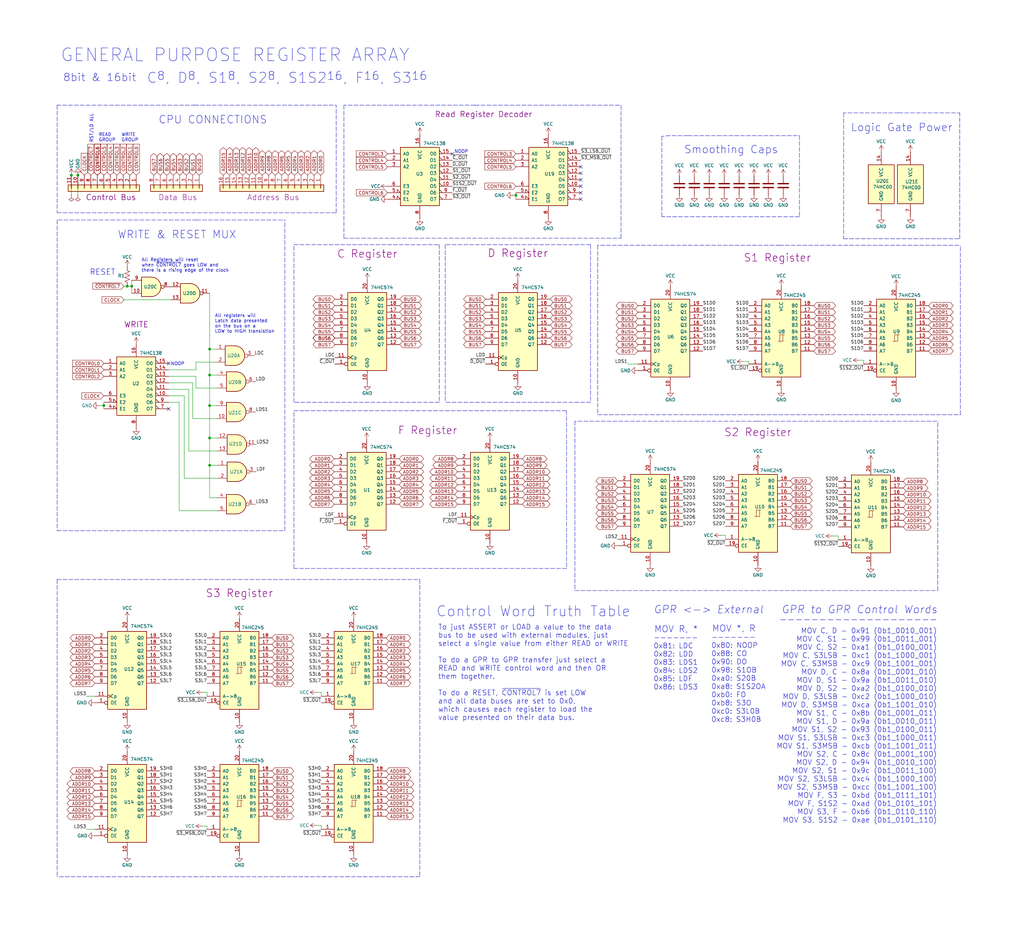
<source format=kicad_sch>
(kicad_sch (version 20211123) (generator eeschema)
  (paper "User" 400.812 370.992)
  (title_block (title "General Purpose Register Array") (date "2022-02-10") (rev "v2") (company "theWickedWebDev/8-bit-computer"))
  (junction (at 82.042 146.812))
  (junction (at 82.042 182.118))
  (junction (at 30.48 68.58))
  (junction (at 82.042 158.75))
  (junction (at 82.042 136.652))
  (junction (at 82.042 171.45))
  (junction (at 51.562 112.014))
  (junction (at 49.784 112.014))
  (junction (at 201.93 76.454))
  (junction (at 27.94 68.58))
  (junction (at 40.64 158.75))
  (no_connect (at 177.038 60.198))
  (no_connect (at 227.33 75.438))
  (no_connect (at 227.33 77.978))
  (no_connect (at 66.04 142.24))
  (no_connect (at 66.04 160.02))
  (no_connect (at 227.33 65.278))
  (no_connect (at 227.33 67.818))
  (no_connect (at 227.33 72.898))
  (no_connect (at 227.33 70.358))
  (polyline (pts (xy 296.418 164.846) (xy 225.044 164.846)))
  (wire (pts (xy 40.64 158.75) (xy 40.64 160.02)))
  (polyline (pts (xy 233.934 96.012) (xy 233.934 162.306)))
  (wire (pts (xy 38.862 158.75) (xy 40.64 158.75)))
  (polyline (pts (xy 330.2 44.196) (xy 330.2 93.472)))
  (polyline (pts (xy 22.352 83.312) (xy 131.572 83.312)))
  (wire (pts (xy 66.04 157.48) (xy 70.104 157.48)))
  (wire (pts (xy 81.026 271.018) (xy 81.026 272.542)))
  (wire (pts (xy 49.784 112.014) (xy 51.562 112.014)))
  (wire (pts (xy 82.042 146.812) (xy 84.836 146.812)))
  (polyline (pts (xy 269.24 53.086) (xy 312.928 53.086)))
  (wire (pts (xy 82.042 171.45) (xy 85.09 171.45)))
  (wire (pts (xy 328.168 209.804) (xy 328.168 211.328)))
  (wire (pts (xy 72.136 187.198) (xy 85.09 187.198)))
  (wire (pts (xy 66.04 147.32) (xy 76.708 147.32)))
  (polyline (pts (xy 375.92 162.306) (xy 375.92 96.012)))
  (polyline (pts (xy 22.352 86.106) (xy 22.352 207.772)))
  (polyline (pts (xy 312.928 53.086) (xy 312.928 84.836)))
  (wire (pts (xy 283.972 209.55) (xy 283.972 211.074)))
  (polyline (pts (xy 221.742 160.782) (xy 221.742 222.504)))
  (polyline (pts (xy 351.79 44.196) (xy 375.666 44.196)))
  (polyline (pts (xy 296.418 164.846) (xy 367.284 164.846)))
  (wire (pts (xy 82.042 194.818) (xy 82.042 182.118)))
  (wire (pts (xy 51.562 109.728) (xy 51.562 112.014)))
  (wire (pts (xy 84.836 194.818) (xy 82.042 194.818)))
  (wire (pts (xy 201.93 75.438) (xy 201.93 76.454)))
  (polyline (pts (xy 76.962 86.106) (xy 111.506 86.106)))
  (polyline (pts (xy 22.352 41.148) (xy 22.352 83.312)))
  (wire (pts (xy 79.502 271.018) (xy 81.026 271.018)))
  (polyline (pts (xy 22.352 226.822) (xy 164.338 226.822)))
  (polyline (pts (xy 174.244 95.758) (xy 174.244 157.48)))
  (wire (pts (xy 336.55 140.97) (xy 338.074 140.97)))
  (wire (pts (xy 325.882 209.804) (xy 328.168 209.804)))
  (polyline (pts (xy 243.078 93.218) (xy 243.078 41.148)))
  (wire (pts (xy 82.042 158.75) (xy 82.042 171.45)))
  (wire (pts (xy 70.104 157.48) (xy 70.104 199.898)))
  (polyline (pts (xy 22.352 226.822) (xy 22.352 343.154)))
  (wire (pts (xy 82.042 114.808) (xy 82.042 136.652)))
  (wire (pts (xy 72.136 154.94) (xy 72.136 187.198)))
  (polyline (pts (xy 115.062 95.758) (xy 171.958 95.758)))
  (wire (pts (xy 30.48 68.58) (xy 30.48 76.2)))
  (polyline (pts (xy 221.742 222.504) (xy 115.062 222.504)))
  (wire (pts (xy 73.914 176.53) (xy 85.09 176.53)))
  (wire (pts (xy 76.708 147.32) (xy 76.708 151.892)))
  (polyline (pts (xy 269.24 53.086) (xy 262.128 53.086)))
  (polyline (pts (xy 76.454 41.148) (xy 22.352 41.148)))
  (polyline (pts (xy 231.14 95.758) (xy 174.244 95.758)))
  (polyline (pts (xy 259.08 53.34) (xy 259.08 84.836)))
  (wire (pts (xy 82.042 182.118) (xy 85.09 182.118)))
  (polyline (pts (xy 164.338 226.822) (xy 164.338 343.154)))
  (wire (pts (xy 82.042 158.75) (xy 84.836 158.75)))
  (polyline (pts (xy 185.928 41.148) (xy 243.078 41.148)))
  (polyline (pts (xy 134.62 93.218) (xy 243.078 93.218)))
  (polyline (pts (xy 22.352 207.772) (xy 111.506 207.772)))
  (wire (pts (xy 125.73 323.088) (xy 125.73 324.612)))
  (polyline (pts (xy 351.79 44.196) (xy 330.2 44.196)))
  (wire (pts (xy 82.042 182.118) (xy 82.042 171.45)))
  (wire (pts (xy 82.042 136.652) (xy 82.042 146.812)))
  (polyline (pts (xy 111.506 207.772) (xy 111.506 86.106)))
  (polyline (pts (xy 231.14 95.758) (xy 231.14 157.48)))
  (wire (pts (xy 66.04 152.4) (xy 73.914 152.4)))
  (wire (pts (xy 293.116 141.478) (xy 293.116 142.494)))
  (polyline (pts (xy 115.062 157.48) (xy 115.062 95.758)))
  (wire (pts (xy 291.084 141.478) (xy 293.116 141.478)))
  (wire (pts (xy 75.438 149.86) (xy 75.438 163.83)))
  (wire (pts (xy 201.93 76.454) (xy 201.93 77.978)))
  (polyline (pts (xy 131.572 83.312) (xy 131.572 41.148)))
  (polyline (pts (xy 233.934 162.306) (xy 375.92 162.306)))
  (wire (pts (xy 40.64 157.48) (xy 40.64 158.75)))
  (wire (pts (xy 245.618 142.494) (xy 249.682 142.494)))
  (wire (pts (xy 76.708 151.892) (xy 84.836 151.892)))
  (wire (pts (xy 51.562 112.014) (xy 51.562 114.808)))
  (polyline (pts (xy 171.958 157.48) (xy 115.062 157.48)))
  (wire (pts (xy 79.248 323.342) (xy 81.026 323.342)))
  (wire (pts (xy 338.074 140.97) (xy 338.074 142.494)))
  (wire (pts (xy 282.194 209.55) (xy 283.972 209.55)))
  (wire (pts (xy 81.026 323.342) (xy 81.026 324.612)))
  (polyline (pts (xy 164.338 343.154) (xy 22.352 343.154)))
  (polyline (pts (xy 312.928 84.836) (xy 259.08 84.836)))
  (wire (pts (xy 48.514 112.014) (xy 49.784 112.014)))
  (wire (pts (xy 33.782 272.542) (xy 37.084 272.542)))
  (wire (pts (xy 33.782 324.612) (xy 37.084 324.612)))
  (polyline (pts (xy 171.958 95.758) (xy 171.958 157.48)))
  (wire (pts (xy 73.914 152.4) (xy 73.914 176.53)))
  (polyline (pts (xy 119.38 160.782) (xy 221.742 160.782)))
  (wire (pts (xy 70.104 199.898) (xy 84.836 199.898)))
  (polyline (pts (xy 225.044 231.14) (xy 367.03 231.14)))
  (wire (pts (xy 66.04 149.86) (xy 75.438 149.86)))
  (wire (pts (xy 125.73 271.018) (xy 125.73 272.542)))
  (wire (pts (xy 123.952 323.088) (xy 125.73 323.088)))
  (polyline (pts (xy 134.62 41.148) (xy 134.62 93.218)))
  (polyline (pts (xy 115.062 160.782) (xy 119.38 160.782)))
  (polyline (pts (xy 375.666 93.472) (xy 375.666 44.196)))
  (wire (pts (xy 27.94 68.58) (xy 27.94 76.2)))
  (polyline (pts (xy 231.14 157.48) (xy 174.244 157.48)))
  (wire (pts (xy 66.04 144.78) (xy 76.708 144.78)))
  (wire (pts (xy 76.708 141.732) (xy 84.328 141.732)))
  (polyline (pts (xy 305.054 96.012) (xy 375.92 96.012)))
  (polyline (pts (xy 367.03 231.14) (xy 367.03 164.846)))
  (polyline (pts (xy 76.2 41.148) (xy 131.572 41.148)))
  (polyline (pts (xy 330.2 93.472) (xy 375.666 93.472)))
  (polyline (pts (xy 305.308 96.012) (xy 233.934 96.012)))
  (wire (pts (xy 75.438 163.83) (xy 84.836 163.83)))
  (polyline (pts (xy 185.928 41.148) (xy 134.62 41.148)))
  (polyline (pts (xy 115.062 222.504) (xy 115.062 160.782)))
  (wire (pts (xy 76.708 144.78) (xy 76.708 141.732)))
  (wire (pts (xy 82.042 146.812) (xy 82.042 158.75)))
  (wire (pts (xy 66.04 154.94) (xy 72.136 154.94)))
  (polyline (pts (xy 262.128 53.086) (xy 259.08 53.34)))
  (wire (pts (xy 200.914 76.454) (xy 201.93 76.454)))
  (wire (pts (xy 82.042 136.652) (xy 84.328 136.652)))
  (polyline (pts (xy 225.044 164.846) (xy 225.044 231.14)))
  (wire (pts (xy 48.514 117.348) (xy 66.802 117.348)))
  (wire (pts (xy 123.952 271.018) (xy 125.73 271.018)))
  (polyline (pts (xy 76.962 86.106) (xy 22.352 86.106)))
  (text "WRITE & RESET MUX" (at 45.974 93.726 0) (effects (font (size 3 3)) (justify left bottom)))
  (text "GPR <-> External" (at 255.778 240.538 0) (effects (font (size 3 3) italic) (justify left bottom)))
  (text "-------\n0x81: LDC\n0x82: LDD\n0x83: LDS1\n0x84: LDS2\n0x85: LDF\n0x86: LDS3\n" (at 255.778 270.256 0) (effects (font (size 2 2)) (justify left bottom)))
  (text "RESET" (at 35.052 107.95 0) (effects (font (size 2.2 2.2)) (justify left bottom)))
  (text "MOV R, *" (at 256.032 247.904 0) (effects (font (size 2.5 2.5)) (justify left bottom)))
  (text "GPR to GPR Control Words" (at 305.816 240.538 0) (effects (font (size 3 3) italic) (justify left bottom)))
  (text "READ\nGROUP" (at 38.608 55.626 0) (effects (font (size 1.27 1.27)) (justify left bottom)))
  (text "MOV *, R" (at 278.638 247.65 0) (effects (font (size 2.5 2.5)) (justify left bottom)))
  (text "To just ASSERT or LOAD a value to the data \nbus to be used with external modules, just\nselect a single value from either READ or WRITE\n\nTo do a GPR to GPR transfer just select a \nREAD and WRITE control word and then OR \nthem together.\n\nTo do a RESET, ~{CONTROL7} is set LOW\nand all data buses are set to 0x0,\nwhich causes each register to load the \nvalue presented on their data bus." (at 171.45 282.194 0) (effects (font (size 2 2)) (justify left bottom)))
  (text "Control Word Truth Table" (at 170.688 241.808 0) (effects (font (size 4 4)) (justify left bottom)))
  (text "All registers will\nLatch data presented\non the bus on a \nLOW to HIGH transistion" (at 84.074 130.556 0) (effects (font (size 1.27 1.27)) (justify left bottom)))
  (text "NOOP" (at 66.802 143.256 0) (effects (font (size 1.27 1.27)) (justify left bottom)))
  (text "8bit & 16bit" (at 24.638 32.258 0) (effects (font (size 3 3)) (justify left bottom)))
  (text "CPU CONNECTIONS" (at 61.976 48.768 0) (effects (font (size 3 3)) (justify left bottom)))
  (text "Smoothing Caps" (at 267.716 60.452 0) (effects (font (size 3 3)) (justify left bottom)))
  (text "NOOP" (at 177.8 60.198 0) (effects (font (size 1.27 1.27)) (justify left bottom)))
  (text "GENERAL PURPOSE REGISTER ARRAY" (at 23.622 24.638 0) (effects (font (size 5 5)) (justify left bottom)))
  (text "-------\n0x80: NOOP\n0x88: CO\n0x90: DO\n0x98: S1OB\n0xa0: S20B\n0xa8: S1S2OA\n0xb0: FO\n0xb8: S3O\n0xc0: S3L0B\n0xc8: S3H0B" (at 278.384 282.956 0) (effects (font (size 2 2)) (justify left bottom)))
  (text "All Registers will reset\nwhen ~{CONTROL7} goes LOW and\nthere is a rising edge of the clock\n" (at 55.372 106.68 0) (effects (font (size 1.27 1.27)) (justify left bottom)))
  (text "--------------------" (at 304.8 244.094 0) (effects (font (size 2.5 2.5) italic) (justify left bottom)))
  (text "Logic Gate Power" (at 332.994 51.816 0) (effects (font (size 3 3)) (justify left bottom)))
  (text "C^{8}, D^{8}, S1^{8}, S2^{8}, S1S2^{16}, F^{16}, S3^{16}" (at 57.404 33.02 0) (effects (font (size 4 4)) (justify left bottom)))
  (text "WRITE\nGROUP" (at 47.498 55.626 0) (effects (font (size 1.27 1.27)) (justify left bottom)))
  (text "RST/LD ALL" (at 36.576 55.88 90) (effects (font (size 1.27 1.27)) (justify left bottom)))
  (text "MOV C, D - 0x91 (0b1_0010_001)\nMOV C, S1 - 0x99 (0b1_0011_001)\nMOV C, S2 - 0xa1 (0b1_0100_001)\nMOV C, S3LSB - 0xc1 (0b1_1000_001)\nMOV C, S3MSB - 0xc9 (0b1_1001_001)\nMOV D, C - 0x8a (0b1_0001_010)\nMOV D, S1 - 0x9a (0b1_0011_010)\nMOV D, S2 - 0xa2 (0b1_0100_010)\nMOV D, S3LSB - 0xc2 (0b1_1000_010)\nMOV D, S3MSB - 0xca (0b1_1001_010)\nMOV S1, C - 0x8b (0b1_0001_011)\nMOV S1, D - 0x9a (0b1_0010_011)\nMOV S1, S2 - 0x93 (0b1_0100_011)\nMOV S1, S3LSB - 0xc3 (0b1_1000_011)\nMOV S1, S3MSB - 0xcb (0b1_1001_011)\nMOV S2, C - 0x8c (0b1_0001_100)\nMOV S2, D - 0x94 (0b1_0010_100)\nMOV S2, S1 - 0x9c (0b1_0011_100)\nMOV S2, S3LSB - 0xc4 (0b1_1000_100)\nMOV S2, S3MSB - 0xcc (0b1_1001_100)\nMOV F, S3 - 0xbd (0b1_0111_101)\nMOV F, S1S2 - 0xad (0b1_0101_101)\nMOV S3, F - 0xb6 (0b1_0110_110)\nMOV S3, S1S2 - 0xae (0b1_0101_110)" (at 366.776 322.326 0) (effects (font (size 2 2)) (justify right bottom)))
  (label "S3L6" (at 81.026 264.922 180))
  (label "S1D4" (at 275.082 129.794 0))
  (label "S2D0" (at 283.972 188.214 180))
  (label "S1D1" (at 275.082 122.174 0))
  (label "S2D2" (at 267.208 193.294 0))
  (label "S1D4" (at 293.116 129.794 180))
  (label "S3L2" (at 62.484 254.762 0))
  (label "S3L0" (at 81.026 249.682 180))
  (label "S1D3" (at 338.074 127.254 180))
  (label "S3H2" (at 125.73 306.832 180))
  (label "S3L1" (at 62.484 252.222 0))
  (label "LDC" (at 99.568 139.192 0))
  (label "S1D7" (at 338.074 137.414 180))
  (label "S3H3" (at 62.484 309.372 0))
  (label "S3H3" (at 81.026 309.372 180))
  (label "S2D7" (at 267.208 205.994 0))
  (label "S2D2" (at 328.168 193.548 180))
  (label "S1D1" (at 338.074 122.174 180))
  (label "S1D5" (at 293.116 132.334 180))
  (label "S3H0" (at 81.026 301.752 180))
  (label "S3H4" (at 125.73 311.912 180))
  (label "S2D6" (at 328.168 203.708 180))
  (label "S3H5" (at 62.484 314.452 0))
  (label "S3H1" (at 81.026 304.292 180))
  (label "S2D6" (at 283.972 203.454 180))
  (label "S1D4" (at 338.074 129.794 180))
  (label "S3L1" (at 125.73 252.222 180))
  (label "S2D0" (at 267.208 188.214 0))
  (label "~{S1S2_OUT}" (at 177.038 72.898 0))
  (label "S1D6" (at 293.116 134.874 180))
  (label "LDF" (at 100.33 184.658 0))
  (label "S3L5" (at 81.026 262.382 180))
  (label "S3H4" (at 62.484 311.912 0))
  (label "S3H0" (at 125.73 301.752 180))
  (label "S1D2" (at 275.082 124.714 0))
  (label "S3H3" (at 125.73 309.372 180))
  (label "S3H0" (at 62.484 301.752 0))
  (label "~{S3_OUT}" (at 177.038 77.978 0))
  (label "S3L2" (at 81.026 254.762 180))
  (label "S3H1" (at 125.73 304.292 180))
  (label "LDS2" (at 100.33 173.99 0))
  (label "LDS2" (at 241.808 211.074 180))
  (label "S2D5" (at 328.168 201.168 180))
  (label "~{S2_OUT}" (at 177.038 70.358 0))
  (label "~{F_OUT}" (at 130.81 204.978 180))
  (label "S3H7" (at 62.484 319.532 0))
  (label "~{F_OUT}" (at 179.07 204.978 180))
  (label "~{S3_MSB_OUT}" (at 81.026 327.152 180))
  (label "S3L3" (at 62.484 257.302 0))
  (label "LDD" (at 189.992 139.954 180))
  (label "~{F_OUT}" (at 177.038 75.438 0))
  (label "~{D_OUT}" (at 189.992 142.494 180))
  (label "~{S1_OUT}" (at 177.038 67.818 0))
  (label "S2D2" (at 283.972 193.294 180))
  (label "S1D3" (at 293.116 127.254 180))
  (label "S1D6" (at 275.082 134.874 0))
  (label "LDS1" (at 245.618 142.494 180))
  (label "S3H6" (at 125.73 316.992 180))
  (label "S1D0" (at 275.082 119.634 0))
  (label "S3H6" (at 62.484 316.992 0))
  (label "~{S1_OUT}" (at 293.116 145.034 180))
  (label "S3L7" (at 81.026 267.462 180))
  (label "S1D7" (at 293.116 137.414 180))
  (label "S2D6" (at 267.208 203.454 0))
  (label "S2D4" (at 283.972 198.374 180))
  (label "S1D7" (at 275.082 137.414 0))
  (label "LDC" (at 131.064 139.954 180))
  (label "S3L4" (at 81.026 259.842 180))
  (label "LDD" (at 100.076 149.352 0))
  (label "S3H2" (at 62.484 306.832 0))
  (label "S1D2" (at 293.116 124.714 180))
  (label "S3L4" (at 125.73 259.842 180))
  (label "S3H2" (at 81.026 306.832 180))
  (label "S3L1" (at 81.026 252.222 180))
  (label "LDS3" (at 100.076 197.358 0))
  (label "S2D1" (at 267.208 190.754 0))
  (label "~{S3_LSB_OUT}" (at 81.026 275.082 180))
  (label "S2D0" (at 328.168 188.468 180))
  (label "S1D0" (at 293.116 119.634 180))
  (label "~{S2_OUT}" (at 283.972 213.614 180))
  (label "LDS3" (at 33.782 272.542 180))
  (label "S3L7" (at 62.484 267.462 0))
  (label "S3L2" (at 125.73 254.762 180))
  (label "S3L6" (at 62.484 264.922 0))
  (label "~{S3_LSB_OUT}" (at 227.33 60.198 0))
  (label "S3H7" (at 81.026 319.532 180))
  (label "S3L7" (at 125.73 267.462 180))
  (label "LDF" (at 179.07 202.438 180))
  (label "~{D_OUT}" (at 177.038 65.278 0))
  (label "S3L0" (at 62.484 249.682 0))
  (label "LDF" (at 130.81 202.438 180))
  (label "LDS1" (at 100.076 161.29 0))
  (label "S3L3" (at 125.73 257.302 180))
  (label "S3H6" (at 81.026 316.992 180))
  (label "~{C_OUT}" (at 177.038 62.738 0))
  (label "S3L3" (at 81.026 257.302 180))
  (label "S3L4" (at 62.484 259.842 0))
  (label "S3L0" (at 125.73 249.682 180))
  (label "S3H5" (at 125.73 314.452 180))
  (label "~{S3_OUT}" (at 125.73 275.082 180))
  (label "S2D7" (at 328.168 206.248 180))
  (label "~{S1S2_OUT}" (at 338.074 145.034 180))
  (label "S3H1" (at 62.484 304.292 0))
  (label "S2D5" (at 267.208 200.914 0))
  (label "S1D3" (at 275.082 127.254 0))
  (label "~{S1S2_OUT}" (at 328.168 213.868 180))
  (label "~{S3_MSB_OUT}" (at 227.33 62.738 0))
  (label "S1D6" (at 338.074 134.874 180))
  (label "S3H7" (at 125.73 319.532 180))
  (label "S3L5" (at 62.484 262.382 0))
  (label "S3L5" (at 125.73 262.382 180))
  (label "S1D5" (at 338.074 132.334 180))
  (label "S2D7" (at 283.972 205.994 180))
  (label "S2D5" (at 283.972 200.914 180))
  (label "S1D5" (at 275.082 132.334 0))
  (label "S1D1" (at 293.116 122.174 180))
  (label "S2D1" (at 328.168 191.008 180))
  (label "S2D1" (at 283.972 190.754 180))
  (label "S1D0" (at 338.074 119.634 180))
  (label "~{S3_OUT}" (at 125.73 327.152 180))
  (label "S1D2" (at 338.074 124.714 180))
  (label "S2D4" (at 328.168 198.628 180))
  (label "S3H4" (at 81.026 311.912 180))
  (label "S2D3" (at 283.972 195.834 180))
  (label "~{C_OUT}" (at 131.064 142.494 180))
  (label "S2D3" (at 267.208 195.834 0))
  (label "S3L6" (at 125.73 264.922 180))
  (label "LDS3" (at 33.782 324.612 180))
  (label "S2D3" (at 328.168 196.088 180))
  (label "S2D4" (at 267.208 198.374 0))
  (label "S3H5" (at 81.026 314.452 180))
  (global_label "ADDR5" (shape tri_state) (at 363.474 132.334 0) (property "Intersheet References" "${INTERSHEET_REFS}" (effects hide)))
  (global_label "BUS5" (shape tri_state) (at 131.064 129.794 180) (property "Intersheet References" "${INTERSHEET_REFS}" (effects hide)))
  (global_label "ADDR10" (shape tri_state) (at 151.13 306.832 0) (property "Intersheet References" "${INTERSHEET_REFS}" (effects hide)))
  (global_label "BUS4" (shape tri_state) (at 131.064 127.254 180) (property "Intersheet References" "${INTERSHEET_REFS}" (effects hide)))
  (global_label "ADDR1" (shape tri_state) (at 130.81 182.118 180) (property "Intersheet References" "${INTERSHEET_REFS}" (effects hide)))
  (global_label "BUS3" (shape tri_state) (at 131.064 124.714 180) (property "Intersheet References" "${INTERSHEET_REFS}" (effects hide)))
  (global_label "BUS3" (shape tri_state) (at 215.392 124.714 0) (property "Intersheet References" "${INTERSHEET_REFS}" (effects hide)))
  (global_label "CONTROL4" (shape input) (at 151.638 62.738 180) (property "Intersheet References" "${INTERSHEET_REFS}" (effects hide)))
  (global_label "BUS2" (shape tri_state) (at 241.808 193.294 180) (property "Intersheet References" "${INTERSHEET_REFS}" (effects hide)))
  (global_label "ADDR13" (shape tri_state) (at 92.456 68.58 90) (property "Intersheet References" "${INTERSHEET_REFS}" (effects hide)))
  (global_label "ADDR10" (shape tri_state) (at 179.07 184.658 180) (property "Intersheet References" "${INTERSHEET_REFS}" (effects hide)))
  (global_label "CONTROL4" (shape input) (at 43.18 68.58 90) (property "Intersheet References" "${INTERSHEET_REFS}" (effects hide)))
  (global_label "ADDR9" (shape tri_state) (at 179.07 182.118 180) (property "Intersheet References" "${INTERSHEET_REFS}" (effects hide)))
  (global_label "ADDR8" (shape tri_state) (at 179.07 179.578 180) (property "Intersheet References" "${INTERSHEET_REFS}" (effects hide)))
  (global_label "ADDR4" (shape tri_state) (at 363.474 129.794 0) (property "Intersheet References" "${INTERSHEET_REFS}" (effects hide)))
  (global_label "ADDR1" (shape tri_state) (at 37.084 252.222 180) (property "Intersheet References" "${INTERSHEET_REFS}" (effects hide)))
  (global_label "CONTROL4" (shape input) (at 201.93 62.738 180) (property "Intersheet References" "${INTERSHEET_REFS}" (effects hide)))
  (global_label "BUS2" (shape tri_state) (at 189.992 122.174 180) (property "Intersheet References" "${INTERSHEET_REFS}" (effects hide)))
  (global_label "ADDR9" (shape tri_state) (at 102.616 68.58 90) (property "Intersheet References" "${INTERSHEET_REFS}" (effects hide)))
  (global_label "BUS2" (shape tri_state) (at 106.426 254.762 0) (property "Intersheet References" "${INTERSHEET_REFS}" (effects hide)))
  (global_label "BUS2" (shape tri_state) (at 106.426 306.832 0) (property "Intersheet References" "${INTERSHEET_REFS}" (effects hide)))
  (global_label "ADDR9" (shape tri_state) (at 37.084 304.292 180) (property "Intersheet References" "${INTERSHEET_REFS}" (effects hide)))
  (global_label "ADDR7" (shape tri_state) (at 37.084 267.462 180) (property "Intersheet References" "${INTERSHEET_REFS}" (effects hide)))
  (global_label "ADDR3" (shape tri_state) (at 151.13 257.302 0) (property "Intersheet References" "${INTERSHEET_REFS}" (effects hide)))
  (global_label "BUS3" (shape tri_state) (at 106.426 257.302 0) (property "Intersheet References" "${INTERSHEET_REFS}" (effects hide)))
  (global_label "ADDR8" (shape tri_state) (at 37.084 301.752 180) (property "Intersheet References" "${INTERSHEET_REFS}" (effects hide)))
  (global_label "BUS5" (shape tri_state) (at 215.392 129.794 0) (property "Intersheet References" "${INTERSHEET_REFS}" (effects hide)))
  (global_label "BUS0" (shape tri_state) (at 77.978 68.58 90) (property "Intersheet References" "${INTERSHEET_REFS}" (effects hide)))
  (global_label "BUS7" (shape tri_state) (at 318.516 137.414 0) (property "Intersheet References" "${INTERSHEET_REFS}" (effects hide)))
  (global_label "BUS4" (shape tri_state) (at 309.372 198.374 0) (property "Intersheet References" "${INTERSHEET_REFS}" (effects hide)))
  (global_label "BUS1" (shape tri_state) (at 318.516 122.174 0) (property "Intersheet References" "${INTERSHEET_REFS}" (effects hide)))
  (global_label "CONTROL2" (shape input) (at 40.64 147.32 180) (property "Intersheet References" "${INTERSHEET_REFS}" (effects hide)))
  (global_label "CONTROL6" (shape input) (at 38.1 68.58 90) (property "Intersheet References" "${INTERSHEET_REFS}" (effects hide)))
  (global_label "BUS7" (shape tri_state) (at 106.426 319.532 0) (property "Intersheet References" "${INTERSHEET_REFS}" (effects hide)))
  (global_label "BUS0" (shape tri_state) (at 215.392 117.094 0) (property "Intersheet References" "${INTERSHEET_REFS}" (effects hide)))
  (global_label "BUS0" (shape tri_state) (at 249.682 119.634 180) (property "Intersheet References" "${INTERSHEET_REFS}" (effects hide)))
  (global_label "ADDR13" (shape tri_state) (at 353.568 201.168 0) (property "Intersheet References" "${INTERSHEET_REFS}" (effects hide)))
  (global_label "BUS5" (shape tri_state) (at 241.808 200.914 180) (property "Intersheet References" "${INTERSHEET_REFS}" (effects hide)))
  (global_label "CONTROL6" (shape input) (at 201.93 72.898 180) (property "Intersheet References" "${INTERSHEET_REFS}" (effects hide)))
  (global_label "ADDR7" (shape tri_state) (at 107.696 68.58 90) (property "Intersheet References" "${INTERSHEET_REFS}" (effects hide)))
  (global_label "ADDR3" (shape tri_state) (at 37.084 257.302 180) (property "Intersheet References" "${INTERSHEET_REFS}" (effects hide)))
  (global_label "CONTROL5" (shape input) (at 40.64 68.58 90) (property "Intersheet References" "${INTERSHEET_REFS}" (effects hide)))
  (global_label "BUS6" (shape tri_state) (at 131.064 132.334 180) (property "Intersheet References" "${INTERSHEET_REFS}" (effects hide)))
  (global_label "BUS4" (shape tri_state) (at 241.808 198.374 180) (property "Intersheet References" "${INTERSHEET_REFS}" (effects hide)))
  (global_label "ADDR14" (shape tri_state) (at 37.084 316.992 180) (property "Intersheet References" "${INTERSHEET_REFS}" (effects hide)))
  (global_label "ADDR5" (shape tri_state) (at 112.776 68.58 90) (property "Intersheet References" "${INTERSHEET_REFS}" (effects hide)))
  (global_label "ADDR0" (shape tri_state) (at 151.13 249.682 0) (property "Intersheet References" "${INTERSHEET_REFS}" (effects hide)))
  (global_label "CLOCK" (shape input) (at 40.64 154.94 180) (property "Intersheet References" "${INTERSHEET_REFS}" (effects hide)))
  (global_label "BUS1" (shape tri_state) (at 189.992 119.634 180) (property "Intersheet References" "${INTERSHEET_REFS}" (effects hide)))
  (global_label "CONTROL3" (shape input) (at 151.638 60.198 180) (property "Intersheet References" "${INTERSHEET_REFS}" (effects hide)))
  (global_label "ADDR15" (shape tri_state) (at 204.47 197.358 0) (property "Intersheet References" "${INTERSHEET_REFS}" (effects hide)))
  (global_label "ADDR7" (shape tri_state) (at 151.13 267.462 0) (property "Intersheet References" "${INTERSHEET_REFS}" (effects hide)))
  (global_label "BUS0" (shape tri_state) (at 106.426 249.682 0) (property "Intersheet References" "${INTERSHEET_REFS}" (effects hide)))
  (global_label "ADDR11" (shape tri_state) (at 179.07 187.198 180) (property "Intersheet References" "${INTERSHEET_REFS}" (effects hide)))
  (global_label "BUS5" (shape tri_state) (at 318.516 132.334 0) (property "Intersheet References" "${INTERSHEET_REFS}" (effects hide)))
  (global_label "ADDR6" (shape tri_state) (at 37.084 264.922 180) (property "Intersheet References" "${INTERSHEET_REFS}" (effects hide)))
  (global_label "CONTROL5" (shape input) (at 151.638 65.278 180) (property "Intersheet References" "${INTERSHEET_REFS}" (effects hide)))
  (global_label "ADDR0" (shape tri_state) (at 156.21 179.578 0) (property "Intersheet References" "${INTERSHEET_REFS}" (effects hide)))
  (global_label "CLOCK" (shape input) (at 33.02 68.58 90) (property "Intersheet References" "${INTERSHEET_REFS}" (effects hide)))
  (global_label "ADDR14" (shape tri_state) (at 89.916 68.58 90) (property "Intersheet References" "${INTERSHEET_REFS}" (effects hide)))
  (global_label "ADDR8" (shape tri_state) (at 204.47 179.578 0) (property "Intersheet References" "${INTERSHEET_REFS}" (effects hide)))
  (global_label "ADDR3" (shape tri_state) (at 156.21 187.198 0) (property "Intersheet References" "${INTERSHEET_REFS}" (effects hide)))
  (global_label "BUS1" (shape tri_state) (at 131.064 119.634 180) (property "Intersheet References" "${INTERSHEET_REFS}" (effects hide)))
  (global_label "ADDR12" (shape tri_state) (at 94.996 68.58 90) (property "Intersheet References" "${INTERSHEET_REFS}" (effects hide)))
  (global_label "ADDR11" (shape tri_state) (at 151.13 309.372 0) (property "Intersheet References" "${INTERSHEET_REFS}" (effects hide)))
  (global_label "ADDR6" (shape tri_state) (at 130.81 194.818 180) (property "Intersheet References" "${INTERSHEET_REFS}" (effects hide)))
  (global_label "BUS0" (shape tri_state) (at 241.808 188.214 180) (property "Intersheet References" "${INTERSHEET_REFS}" (effects hide)))
  (global_label "BUS7" (shape tri_state) (at 241.808 205.994 180) (property "Intersheet References" "${INTERSHEET_REFS}" (effects hide)))
  (global_label "ADDR11" (shape tri_state) (at 204.47 187.198 0) (property "Intersheet References" "${INTERSHEET_REFS}" (effects hide)))
  (global_label "BUS3" (shape tri_state) (at 309.372 195.834 0) (property "Intersheet References" "${INTERSHEET_REFS}" (effects hide)))
  (global_label "BUS6" (shape tri_state) (at 62.738 68.58 90) (property "Intersheet References" "${INTERSHEET_REFS}" (effects hide)))
  (global_label "CONTROL3" (shape input) (at 45.72 68.58 90) (property "Intersheet References" "${INTERSHEET_REFS}" (effects hide)))
  (global_label "BUS7" (shape tri_state) (at 249.682 137.414 180) (property "Intersheet References" "${INTERSHEET_REFS}" (effects hide)))
  (global_label "BUS4" (shape tri_state) (at 106.426 259.842 0) (property "Intersheet References" "${INTERSHEET_REFS}" (effects hide)))
  (global_label "ADDR7" (shape tri_state) (at 130.81 197.358 180) (property "Intersheet References" "${INTERSHEET_REFS}" (effects hide)))
  (global_label "BUS3" (shape tri_state) (at 156.464 124.714 0) (property "Intersheet References" "${INTERSHEET_REFS}" (effects hide)))
  (global_label "ADDR10" (shape tri_state) (at 353.568 193.548 0) (property "Intersheet References" "${INTERSHEET_REFS}" (effects hide)))
  (global_label "ADDR5" (shape tri_state) (at 156.21 192.278 0) (property "Intersheet References" "${INTERSHEET_REFS}" (effects hide)))
  (global_label "BUS4" (shape tri_state) (at 106.426 311.912 0) (property "Intersheet References" "${INTERSHEET_REFS}" (effects hide)))
  (global_label "ADDR12" (shape tri_state) (at 204.47 189.738 0) (property "Intersheet References" "${INTERSHEET_REFS}" (effects hide)))
  (global_label "BUS7" (shape tri_state) (at 215.392 134.874 0) (property "Intersheet References" "${INTERSHEET_REFS}" (effects hide)))
  (global_label "BUS5" (shape tri_state) (at 156.464 129.794 0) (property "Intersheet References" "${INTERSHEET_REFS}" (effects hide)))
  (global_label "BUS2" (shape tri_state) (at 318.516 124.714 0) (property "Intersheet References" "${INTERSHEET_REFS}" (effects hide)))
  (global_label "ADDR4" (shape tri_state) (at 156.21 189.738 0) (property "Intersheet References" "${INTERSHEET_REFS}" (effects hide)))
  (global_label "ADDR14" (shape tri_state) (at 151.13 316.992 0) (property "Intersheet References" "${INTERSHEET_REFS}" (effects hide)))
  (global_label "BUS5" (shape tri_state) (at 249.682 132.334 180) (property "Intersheet References" "${INTERSHEET_REFS}" (effects hide)))
  (global_label "ADDR5" (shape tri_state) (at 151.13 262.382 0) (property "Intersheet References" "${INTERSHEET_REFS}" (effects hide)))
  (global_label "ADDR13" (shape tri_state) (at 179.07 192.278 180) (property "Intersheet References" "${INTERSHEET_REFS}" (effects hide)))
  (global_label "BUS2" (shape tri_state) (at 72.898 68.58 90) (property "Intersheet References" "${INTERSHEET_REFS}" (effects hide)))
  (global_label "CONTROL6" (shape input) (at 151.638 75.438 180) (property "Intersheet References" "${INTERSHEET_REFS}" (effects hide)))
  (global_label "BUS1" (shape tri_state) (at 309.372 190.754 0) (property "Intersheet References" "${INTERSHEET_REFS}" (effects hide)))
  (global_label "BUS2" (shape tri_state) (at 215.392 122.174 0) (property "Intersheet References" "${INTERSHEET_REFS}" (effects hide)))
  (global_label "BUS7" (shape tri_state) (at 106.426 267.462 0) (property "Intersheet References" "${INTERSHEET_REFS}" (effects hide)))
  (global_label "BUS1" (shape tri_state) (at 156.464 119.634 0) (property "Intersheet References" "${INTERSHEET_REFS}" (effects hide)))
  (global_label "ADDR13" (shape tri_state) (at 37.084 314.452 180) (property "Intersheet References" "${INTERSHEET_REFS}" (effects hide)))
  (global_label "ADDR15" (shape tri_state) (at 353.568 206.248 0) (property "Intersheet References" "${INTERSHEET_REFS}" (effects hide)))
  (global_label "BUS6" (shape tri_state) (at 249.682 134.874 180) (property "Intersheet References" "${INTERSHEET_REFS}" (effects hide)))
  (global_label "BUS1" (shape tri_state) (at 249.682 122.174 180) (property "Intersheet References" "${INTERSHEET_REFS}" (effects hide)))
  (global_label "ADDR9" (shape tri_state) (at 151.13 304.292 0) (property "Intersheet References" "${INTERSHEET_REFS}" (effects hide)))
  (global_label "ADDR0" (shape tri_state) (at 130.81 179.578 180) (property "Intersheet References" "${INTERSHEET_REFS}" (effects hide)))
  (global_label "ADDR15" (shape tri_state) (at 87.376 68.58 90) (property "Intersheet References" "${INTERSHEET_REFS}" (effects hide)))
  (global_label "ADDR4" (shape tri_state) (at 151.13 259.842 0) (property "Intersheet References" "${INTERSHEET_REFS}" (effects hide)))
  (global_label "BUS3" (shape tri_state) (at 249.682 127.254 180) (property "Intersheet References" "${INTERSHEET_REFS}" (effects hide)))
  (global_label "ADDR14" (shape tri_state) (at 353.568 203.708 0) (property "Intersheet References" "${INTERSHEET_REFS}" (effects hide)))
  (global_label "BUS4" (shape tri_state) (at 215.392 127.254 0) (property "Intersheet References" "${INTERSHEET_REFS}" (effects hide)))
  (global_label "BUS0" (shape tri_state) (at 309.372 188.214 0) (property "Intersheet References" "${INTERSHEET_REFS}" (effects hide)))
  (global_label "ADDR13" (shape tri_state) (at 204.47 192.278 0) (property "Intersheet References" "${INTERSHEET_REFS}" (effects hide)))
  (global_label "ADDR1" (shape tri_state) (at 156.21 182.118 0) (property "Intersheet References" "${INTERSHEET_REFS}" (effects hide)))
  (global_label "BUS6" (shape tri_state) (at 189.992 132.334 180) (property "Intersheet References" "${INTERSHEET_REFS}" (effects hide)))
  (global_label "BUS6" (shape tri_state) (at 131.064 132.334 180) (property "Intersheet References" "${INTERSHEET_REFS}" (effects hide)))
  (global_label "BUS5" (shape tri_state) (at 189.992 129.794 180) (property "Intersheet References" "${INTERSHEET_REFS}" (effects hide)))
  (global_label "BUS0" (shape tri_state) (at 156.464 117.094 0) (property "Intersheet References" "${INTERSHEET_REFS}" (effects hide)))
  (global_label "BUS6" (shape tri_state) (at 106.426 316.992 0) (property "Intersheet References" "${INTERSHEET_REFS}" (effects hide)))
  (global_label "ADDR10" (shape tri_state) (at 37.084 306.832 180) (property "Intersheet References" "${INTERSHEET_REFS}" (effects hide)))
  (global_label "ADDR11" (shape tri_state) (at 97.536 68.58 90) (property "Intersheet References" "${INTERSHEET_REFS}" (effects hide)))
  (global_label "BUS7" (shape tri_state) (at 60.198 68.58 90) (property "Intersheet References" "${INTERSHEET_REFS}" (effects hide)))
  (global_label "ADDR12" (shape tri_state) (at 151.13 311.912 0) (property "Intersheet References" "${INTERSHEET_REFS}" (effects hide)))
  (global_label "ADDR2" (shape tri_state) (at 151.13 254.762 0) (property "Intersheet References" "${INTERSHEET_REFS}" (effects hide)))
  (global_label "ADDR3" (shape tri_state) (at 363.474 127.254 0) (property "Intersheet References" "${INTERSHEET_REFS}" (effects hide)))
  (global_label "BUS1" (shape tri_state) (at 241.808 190.754 180) (property "Intersheet References" "${INTERSHEET_REFS}" (effects hide)))
  (global_label "BUS6" (shape tri_state) (at 215.392 132.334 0) (property "Intersheet References" "${INTERSHEET_REFS}" (effects hide)))
  (global_label "ADDR7" (shape tri_state) (at 156.21 197.358 0) (property "Intersheet References" "${INTERSHEET_REFS}" (effects hide)))
  (global_label "BUS2" (shape tri_state) (at 156.464 122.174 0) (property "Intersheet References" "${INTERSHEET_REFS}" (effects hide)))
  (global_label "BUS6" (shape tri_state) (at 241.808 203.454 180) (property "Intersheet References" "${INTERSHEET_REFS}" (effects hide)))
  (global_label "BUS0" (shape tri_state) (at 189.992 117.094 180) (property "Intersheet References" "${INTERSHEET_REFS}" (effects hide)))
  (global_label "ADDR2" (shape tri_state) (at 156.21 184.658 0) (property "Intersheet References" "${INTERSHEET_REFS}" (effects hide)))
  (global_label "BUS5" (shape tri_state) (at 309.372 200.914 0) (property "Intersheet References" "${INTERSHEET_REFS}" (effects hide)))
  (global_label "ADDR4" (shape tri_state) (at 37.084 259.842 180) (property "Intersheet References" "${INTERSHEET_REFS}" (effects hide)))
  (global_label "BUS6" (shape tri_state) (at 309.372 203.454 0) (property "Intersheet References" "${INTERSHEET_REFS}" (effects hide)))
  (global_label "BUS7" (shape tri_state) (at 156.464 134.874 0) (property "Intersheet References" "${INTERSHEET_REFS}" (effects hide)))
  (global_label "BUS2" (shape tri_state) (at 309.372 193.294 0) (property "Intersheet References" "${INTERSHEET_REFS}" (effects hide)))
  (global_label "CONTROL5" (shape input) (at 201.93 65.278 180) (property "Intersheet References" "${INTERSHEET_REFS}" (effects hide)))
  (global_label "ADDR12" (shape tri_state) (at 37.084 311.912 180) (property "Intersheet References" "${INTERSHEET_REFS}" (effects hide)))
  (global_label "ADDR2" (shape tri_state) (at 37.084 254.762 180) (property "Intersheet References" "${INTERSHEET_REFS}" (effects hide)))
  (global_label "ADDR3" (shape tri_state) (at 130.81 187.198 180) (property "Intersheet References" "${INTERSHEET_REFS}" (effects hide)))
  (global_label "CLOCK" (shape input) (at 48.514 117.348 180) (property "Intersheet References" "${INTERSHEET_REFS}" (effects hide)))
  (global_label "ADDR4" (shape tri_state) (at 130.81 189.738 180) (property "Intersheet References" "${INTERSHEET_REFS}" (effects hide)))
  (global_label "CONTROL1" (shape input) (at 40.64 144.78 180) (property "Intersheet References" "${INTERSHEET_REFS}" (effects hide)))
  (global_label "BUS3" (shape tri_state) (at 318.516 127.254 0) (property "Intersheet References" "${INTERSHEET_REFS}" (effects hide)))
  (global_label "ADDR5" (shape tri_state) (at 37.084 262.382 180) (property "Intersheet References" "${INTERSHEET_REFS}" (effects hide)))
  (global_label "ADDR1" (shape tri_state) (at 151.13 252.222 0) (property "Intersheet References" "${INTERSHEET_REFS}" (effects hide)))
  (global_label "CONTROL3" (shape input) (at 201.93 60.198 180) (property "Intersheet References" "${INTERSHEET_REFS}" (effects hide)))
  (global_label "BUS4" (shape tri_state) (at 189.992 127.254 180) (property "Intersheet References" "${INTERSHEET_REFS}" (effects hide)))
  (global_label "ADDR6" (shape tri_state) (at 363.474 134.874 0) (property "Intersheet References" "${INTERSHEET_REFS}" (effects hide)))
  (global_label "BUS0" (shape tri_state) (at 318.516 119.634 0) (property "Intersheet References" "${INTERSHEET_REFS}" (effects hide)))
  (global_label "BUS2" (shape tri_state) (at 131.064 122.174 180) (property "Intersheet References" "${INTERSHEET_REFS}" (effects hide)))
  (global_label "BUS4" (shape tri_state) (at 249.682 129.794 180) (property "Intersheet References" "${INTERSHEET_REFS}" (effects hide)))
  (global_label "ADDR6" (shape tri_state) (at 151.13 264.922 0) (property "Intersheet References" "${INTERSHEET_REFS}" (effects hide)))
  (global_label "BUS1" (shape tri_state) (at 106.426 304.292 0) (property "Intersheet References" "${INTERSHEET_REFS}" (effects hide)))
  (global_label "ADDR8" (shape tri_state) (at 353.568 188.468 0) (property "Intersheet References" "${INTERSHEET_REFS}" (effects hide)))
  (global_label "BUS0" (shape tri_state) (at 106.426 301.752 0) (property "Intersheet References" "${INTERSHEET_REFS}" (effects hide)))
  (global_label "ADDR12" (shape tri_state) (at 353.568 198.628 0) (property "Intersheet References" "${INTERSHEET_REFS}" (effects hide)))
  (global_label "ADDR0" (shape tri_state) (at 37.084 249.682 180) (property "Intersheet References" "${INTERSHEET_REFS}" (effects hide)))
  (global_label "ADDR14" (shape tri_state) (at 179.07 194.818 180) (property "Intersheet References" "${INTERSHEET_REFS}" (effects hide)))
  (global_label "BUS6" (shape tri_state) (at 318.516 134.874 0) (property "Intersheet References" "${INTERSHEET_REFS}" (effects hide)))
  (global_label "ADDR1" (shape tri_state) (at 363.474 122.174 0) (property "Intersheet References" "${INTERSHEET_REFS}" (effects hide)))
  (global_label "BUS5" (shape tri_state) (at 106.426 314.452 0) (property "Intersheet References" "${INTERSHEET_REFS}" (effects hide)))
  (global_label "ADDR13" (shape tri_state) (at 151.13 314.452 0) (property "Intersheet References" "${INTERSHEET_REFS}" (effects hide)))
  (global_label "ADDR9" (shape tri_state) (at 204.47 182.118 0) (property "Intersheet References" "${INTERSHEET_REFS}" (effects hide)))
  (global_label "BUS1" (shape tri_state) (at 106.426 252.222 0) (property "Intersheet References" "${INTERSHEET_REFS}" (effects hide)))
  (global_label "ADDR14" (shape tri_state) (at 204.47 194.818 0) (property "Intersheet References" "${INTERSHEET_REFS}" (effects hide)))
  (global_label "BUS4" (shape tri_state) (at 67.818 68.58 90) (property "Intersheet References" "${INTERSHEET_REFS}" (effects hide)))
  (global_label "ADDR0" (shape tri_state) (at 125.476 68.58 90) (property "Intersheet References" "${INTERSHEET_REFS}" (effects hide)))
  (global_label "ADDR1" (shape tri_state) (at 122.936 68.58 90) (property "Intersheet References" "${INTERSHEET_REFS}" (effects hide)))
  (global_label "ADDR3" (shape tri_state) (at 117.856 68.58 90) (property "Intersheet References" "${INTERSHEET_REFS}" (effects hide)))
  (global_label "ADDR11" (shape tri_state) (at 353.568 196.088 0) (property "Intersheet References" "${INTERSHEET_REFS}" (effects hide)))
  (global_label "BUS7" (shape tri_state) (at 309.372 205.994 0) (property "Intersheet References" "${INTERSHEET_REFS}" (effects hide)))
  (global_label "BUS3" (shape tri_state) (at 106.426 309.372 0) (property "Intersheet References" "${INTERSHEET_REFS}" (effects hide)))
  (global_label "ADDR6" (shape tri_state) (at 110.236 68.58 90) (property "Intersheet References" "${INTERSHEET_REFS}" (effects hide)))
  (global_label "BUS4" (shape tri_state) (at 156.464 127.254 0) (property "Intersheet References" "${INTERSHEET_REFS}" (effects hide)))
  (global_label "BUS1" (shape tri_state) (at 215.392 119.634 0) (property "Intersheet References" "${INTERSHEET_REFS}" (effects hide)))
  (global_label "CONTROL6" (shape input) (at 38.1 68.58 90) (property "Intersheet References" "${INTERSHEET_REFS}" (effects hide)))
  (global_label "ADDR12" (shape tri_state) (at 179.07 189.738 180) (property "Intersheet References" "${INTERSHEET_REFS}" (effects hide)))
  (global_label "CONTROL1" (shape input) (at 50.8 68.58 90) (property "Intersheet References" "${INTERSHEET_REFS}" (effects hide)))
  (global_label "ADDR5" (shape tri_state) (at 130.81 192.278 180) (property "Intersheet References" "${INTERSHEET_REFS}" (effects hide)))
  (global_label "~{CONTROL7}" (shape input) (at 48.514 112.014 180) (property "Intersheet References" "${INTERSHEET_REFS}" (effects hide)))
  (global_label "ADDR10" (shape tri_state) (at 204.47 184.658 0) (property "Intersheet References" "${INTERSHEET_REFS}" (effects hide)))
  (global_label "BUS4" (shape tri_state) (at 318.516 129.794 0) (property "Intersheet References" "${INTERSHEET_REFS}" (effects hide)))
  (global_label "ADDR4" (shape tri_state) (at 115.316 68.58 90) (property "Intersheet References" "${INTERSHEET_REFS}" (effects hide)))
  (global_label "~{CONTROL7}" (shape input) (at 35.56 68.58 90) (property "Intersheet References" "${INTERSHEET_REFS}" (effects hide)))
  (global_label "CONTROL0" (shape input) (at 40.64 142.24 180) (property "Intersheet References" "${INTERSHEET_REFS}" (effects hide)))
  (global_label "ADDR9" (shape tri_state) (at 353.568 191.008 0) (property "Intersheet References" "${INTERSHEET_REFS}" (effects hide)))
  (global_label "ADDR8" (shape tri_state) (at 151.13 301.752 0) (property "Intersheet References" "${INTERSHEET_REFS}" (effects hide)))
  (global_label "BUS0" (shape tri_state) (at 131.064 117.094 180) (property "Intersheet References" "${INTERSHEET_REFS}" (effects hide)))
  (global_label "BUS7" (shape tri_state) (at 189.992 134.874 180) (property "Intersheet References" "${INTERSHEET_REFS}" (effects hide)))
  (global_label "BUS5" (shape tri_state) (at 65.278 68.58 90) (property "Intersheet References" "${INTERSHEET_REFS}" (effects hide)))
  (global_label "BUS3" (shape tri_state) (at 241.808 195.834 180) (property "Intersheet References" "${INTERSHEET_REFS}" (effects hide)))
  (global_label "ADDR8" (shape tri_state) (at 105.156 68.58 90) (property "Intersheet References" "${INTERSHEET_REFS}" (effects hide)))
  (global_label "ADDR0" (shape tri_state) (at 363.474 119.634 0) (property "Intersheet References" "${INTERSHEET_REFS}" (effects hide)))
  (global_label "CONTROL2" (shape input) (at 48.26 68.58 90) (property "Intersheet References" "${INTERSHEET_REFS}" (effects hide)))
  (global_label "BUS7" (shape tri_state) (at 131.064 134.874 180) (property "Intersheet References" "${INTERSHEET_REFS}" (effects hide)))
  (global_label "ADDR2" (shape tri_state) (at 363.474 124.714 0) (property "Intersheet References" "${INTERSHEET_REFS}" (effects hide)))
  (global_label "BUS1" (shape tri_state) (at 75.438 68.58 90) (property "Intersheet References" "${INTERSHEET_REFS}" (effects hide)))
  (global_label "ADDR15" (shape tri_state) (at 37.084 319.532 180) (property "Intersheet References" "${INTERSHEET_REFS}" (effects hide)))
  (global_label "BUS3" (shape tri_state) (at 70.358 68.58 90) (property "Intersheet References" "${INTERSHEET_REFS}" (effects hide)))
  (global_label "ADDR10" (shape tri_state) (at 100.076 68.58 90) (property "Intersheet References" "${INTERSHEET_REFS}" (effects hide)))
  (global_label "BUS3" (shape tri_state) (at 189.992 124.714 180) (property "Intersheet References" "${INTERSHEET_REFS}" (effects hide)))
  (global_label "CONTROL0" (shape input) (at 53.34 68.58 90) (property "Intersheet References" "${INTERSHEET_REFS}" (effects hide)))
  (global_label "ADDR2" (shape tri_state) (at 120.396 68.58 90) (property "Intersheet References" "${INTERSHEET_REFS}" (effects hide)))
  (global_label "BUS6" (shape tri_state) (at 156.464 132.334 0) (property "Intersheet References" "${INTERSHEET_REFS}" (effects hide)))
  (global_label "ADDR6" (shape tri_state) (at 156.21 194.818 0) (property "Intersheet References" "${INTERSHEET_REFS}" (effects hide)))
  (global_label "BUS6" (shape tri_state) (at 106.426 264.922 0) (property "Intersheet References" "${INTERSHEET_REFS}" (effects hide)))
  (global_label "BUS2" (shape tri_state) (at 249.682 124.714 180) (property "Intersheet References" "${INTERSHEET_REFS}" (effects hide)))
  (global_label "ADDR11" (shape tri_state) (at 37.084 309.372 180) (property "Intersheet References" "${INTERSHEET_REFS}" (effects hide)))
  (global_label "ADDR15" (shape tri_state) (at 179.07 197.358 180) (property "Intersheet References" "${INTERSHEET_REFS}" (effects hide)))
  (global_label "ADDR15" (shape tri_state) (at 151.13 319.532 0) (property "Intersheet References" "${INTERSHEET_REFS}" (effects hide)))
  (global_label "ADDR2" (shape tri_state) (at 130.81 184.658 180) (property "Intersheet References" "${INTERSHEET_REFS}" (effects hide)))
  (global_label "ADDR7" (shape tri_state) (at 363.474 137.414 0) (property "Intersheet References" "${INTERSHEET_REFS}" (effects hide)))
  (global_label "BUS5" (shape tri_state) (at 106.426 262.382 0) (property "Intersheet References" "${INTERSHEET_REFS}" (effects hide)))
  (symbol (lib_id "Device:C") (at 306.578 72.644 0) (unit 1)
    (property "Reference" "C8" (effects hide))
    (property "Value" "C" (effects hide))
    (property "Footprint" "Capacitor_SMD:C_0805_2012Metric" (effects hide))
  )
  (symbol (lib_id "power:VCC") (at 164.338 52.578 0) (unit 1)
    (property "Reference" "#PWR0109" (effects hide))
    (property "Value" "VCC" (at 164.338 48.514 0))
  )
  (symbol (lib_id "power:VCC") (at 138.43 242.062 0) (unit 1)
    (property "Reference" "#PWR031" (effects hide))
    (property "Value" "VCC" (at 138.43 237.998 0))
  )
  (symbol (lib_id "74xx:74LS00") (at 356.362 72.136 0) (unit 5)
    (property "Reference" "U21" (at 354.33 71.12 0) (effects (justify left)))
    (property "Value" "74HC00" (at 352.806 73.406 0) (effects (justify left)))
    (property "Footprint" "Package_SO:TSSOP-14_4.4x5mm_P0.65mm" (effects hide))
    (property "Datasheet" "http://www.ti.com/lit/gpn/sn74ls00" (effects hide))
  )
  (symbol (lib_id "power:VCC") (at 282.194 209.55 90) (unit 1)
    (property "Reference" "#PWR0119" (effects hide))
    (property "Value" "VCC" (at 277.368 209.55 90))
  )
  (symbol (lib_id "74xx:74LS574") (at 49.784 262.382 0) (unit 1)
    (property "Reference" "U12" (at 48.514 261.874 0) (effects (justify left)))
    (property "Value" "74HC574" (at 51.054 245.11 0) (effects (justify left)))
    (property "Footprint" "Package_SO:SO-20_5.3x12.6mm_P1.27mm" (effects hide))
    (property "Datasheet" "http://www.ti.com/lit/gpn/sn74LS574" (effects hide))
    (property "Field4" "S3 Register" (at 93.726 232.156 0) (effects (font (size 3 3))))
  )
  (symbol (lib_id "power:GND") (at 249.682 145.034 270) (unit 1)
    (property "Reference" "#PWR0103" (effects hide))
    (property "Value" "GND" (at 244.856 145.034 90))
  )
  (symbol (lib_id "power:PWR_FLAG") (at 30.48 76.2 180) (unit 1)
    (property "Reference" "#FLG0102" (effects hide))
    (property "Value" "PWR_FLAG" (effects hide))
  )
  (symbol (lib_id "power:GND") (at 296.672 221.234 0) (unit 1)
    (property "Reference" "#PWR0121" (effects hide))
    (property "Value" "GND" (at 296.672 225.044 0))
  )
  (symbol (lib_id "74xx:74LS00") (at 91.948 139.192 0) (unit 1)
    (property "Reference" "U20" (at 91.44 139.192 0))
    (property "Value" "74HC00" (effects hide))
    (property "Footprint" "Package_SO:TSSOP-14_4.4x5mm_P0.65mm" (effects hide))
    (property "Datasheet" "http://www.ti.com/lit/gpn/sn74ls00" (effects hide))
  )
  (symbol (lib_id "power:GND") (at 305.816 152.654 0) (unit 1)
    (property "Reference" "#PWR0124" (effects hide))
    (property "Value" "GND" (at 305.816 156.464 0))
  )
  (symbol (lib_id "power:VCC") (at 138.43 294.132 0) (unit 1)
    (property "Reference" "#PWR033" (effects hide))
    (property "Value" "VCC" (at 138.43 290.068 0))
  )
  (symbol (lib_id "power:GND") (at 30.48 68.58 180) (unit 1)
    (property "Reference" "#PWR0156" (effects hide))
    (property "Value" "GND" (at 30.48 64.008 90))
  )
  (symbol (lib_id "power:VCC") (at 291.084 141.478 90) (unit 1)
    (property "Reference" "#PWR0126" (effects hide))
    (property "Value" "VCC" (at 286.258 141.478 90))
  )
  (symbol (lib_id "power:GND") (at 289.306 76.454 0) (unit 1)
    (property "Reference" "#PWR010" (effects hide))
    (property "Value" "GND" (at 289.306 80.264 0))
  )
  (symbol (lib_id "74xx:74LS245") (at 350.774 132.334 0) (unit 1)
    (property "Reference" "U9" (at 349.504 129.794 0) (effects (justify left)))
    (property "Value" "74HC245" (at 351.536 115.57 0) (effects (justify left)))
    (property "Footprint" "Package_SO:TSSOP-20_4.4x6.5mm_P0.65mm" (effects hide))
    (property "Datasheet" "http://www.ti.com/lit/gpn/sn74LS245" (effects hide))
  )
  (symbol (lib_id "power:GND") (at 138.43 282.702 0) (unit 1)
    (property "Reference" "#PWR032" (effects hide))
    (property "Value" "GND" (at 138.43 286.512 0))
  )
  (symbol (lib_id "74xx:74LS245") (at 305.816 132.334 0) (unit 1)
    (property "Reference" "U8" (at 304.546 129.794 0) (effects (justify left)))
    (property "Value" "74HC245" (at 306.578 115.57 0) (effects (justify left)))
    (property "Footprint" "Package_SO:TSSOP-20_4.4x6.5mm_P0.65mm" (effects hide))
    (property "Datasheet" "http://www.ti.com/lit/gpn/sn74LS245" (effects hide))
  )
  (symbol (lib_id "power:VCC") (at 49.784 104.394 0) (unit 1)
    (property "Reference" "#PWR0161" (effects hide))
    (property "Value" "VCC" (at 49.784 100.584 0))
  )
  (symbol (lib_id "power:GND") (at 241.808 213.614 270) (unit 1)
    (property "Reference" "#PWR0115" (effects hide))
    (property "Value" "GND" (at 236.982 213.614 90))
  )
  (symbol (lib_id "power:VCC") (at 151.638 72.898 90) (unit 1)
    (property "Reference" "#PWR0108" (effects hide))
    (property "Value" "VCC" (at 147.066 72.898 90))
  )
  (symbol (lib_id "74xx:74LS138") (at 214.63 67.818 0) (unit 1)
    (property "Reference" "U19" (at 213.106 68.072 0) (effects (justify left)))
    (property "Value" "74HC138" (at 215.9 56.134 0) (effects (justify left)))
    (property "Footprint" "Package_SO:TSSOP-16_4.4x5mm_P0.65mm" (effects hide))
    (property "Datasheet" "http://www.ti.com/lit/gpn/sn74LS138" (effects hide))
    (property "Field4" "READ2" (effects hide))
  )
  (symbol (lib_id "power:GND") (at 202.692 150.114 0) (unit 1)
    (property "Reference" "#PWR0114" (effects hide))
    (property "Value" "GND" (at 202.692 153.924 0))
  )
  (symbol (lib_id "74xx:74LS138") (at 53.34 149.86 0) (unit 1)
    (property "Reference" "U2" (at 51.816 150.114 0) (effects (justify left)))
    (property "Value" "74HC138" (at 54.61 138.176 0) (effects (justify left)))
    (property "Footprint" "Package_SO:TSSOP-16_4.4x5mm_P0.65mm" (effects hide))
    (property "Datasheet" "http://www.ti.com/lit/gpn/sn74LS138" (effects hide))
    (property "Field4" "WRITE" (at 53.34 127 0) (effects (font (size 2.2 2.2))))
  )
  (symbol (lib_id "74xx:74LS00") (at 344.932 72.136 0) (unit 5)
    (property "Reference" "U20" (at 342.9 70.866 0) (effects (justify left)))
    (property "Value" "74HC00" (at 341.63 73.152 0) (effects (justify left)))
    (property "Footprint" "Package_SO:TSSOP-14_4.4x5mm_P0.65mm" (effects hide))
    (property "Datasheet" "http://www.ti.com/lit/gpn/sn74ls00" (effects hide))
  )
  (symbol (lib_id "74xx:74LS574") (at 254.508 200.914 0) (unit 1)
    (property "Reference" "U7" (at 253.238 200.406 0) (effects (justify left)))
    (property "Value" "74HC574" (at 255.778 183.642 0) (effects (justify left)))
    (property "Footprint" "Package_SO:SO-20_5.3x12.6mm_P1.27mm" (effects hide))
    (property "Datasheet" "http://www.ti.com/lit/gpn/sn74LS574" (effects hide))
    (property "Field4" "S2 Register" (at 296.672 169.164 0) (effects (font (size 3 3))))
  )
  (symbol (lib_id "power:GND") (at 93.726 282.702 0) (unit 1)
    (property "Reference" "#PWR026" (effects hide))
    (property "Value" "GND" (at 93.726 286.512 0))
  )
  (symbol (lib_id "power:VCC") (at 265.938 68.834 0) (unit 1)
    (property "Reference" "#PWR01" (effects hide))
    (property "Value" "VCC" (at 265.938 64.77 0))
  )
  (symbol (lib_id "power:GND") (at 138.43 334.772 0) (unit 1)
    (property "Reference" "#PWR034" (effects hide))
    (property "Value" "GND" (at 138.43 338.582 0))
  )
  (symbol (lib_id "power:VCC") (at 336.55 140.97 90) (unit 1)
    (property "Reference" "#PWR0127" (effects hide))
    (property "Value" "VCC" (at 331.724 140.97 90))
  )
  (symbol (lib_id "power:VCC") (at 93.726 242.062 0) (unit 1)
    (property "Reference" "#PWR025" (effects hide))
    (property "Value" "VCC" (at 93.726 237.998 0))
  )
  (symbol (lib_id "power:GND") (at 277.622 76.454 0) (unit 1)
    (property "Reference" "#PWR06" (effects hide))
    (property "Value" "GND" (at 277.622 80.264 0))
  )
  (symbol (lib_id "power:GND") (at 262.382 152.654 0) (unit 1)
    (property "Reference" "#PWR0104" (effects hide))
    (property "Value" "GND" (at 262.382 156.464 0))
  )
  (symbol (lib_id "power:VCC") (at 271.78 68.834 0) (unit 1)
    (property "Reference" "#PWR03" (effects hide))
    (property "Value" "VCC" (at 271.78 64.77 0))
  )
  (symbol (lib_id "power:VCC") (at 143.764 109.474 0) (unit 1)
    (property "Reference" "#PWR0102" (effects hide))
    (property "Value" "VCC" (at 143.764 105.41 0))
  )
  (symbol (lib_id "power:GND") (at 340.868 221.488 0) (unit 1)
    (property "Reference" "#PWR0118" (effects hide))
    (property "Value" "GND" (at 340.868 225.298 0))
  )
  (symbol (lib_id "74xx:74LS574") (at 202.692 129.794 0) (unit 1)
    (property "Reference" "U5" (at 201.422 129.286 0) (effects (justify left)))
    (property "Value" "74HC574" (at 203.962 112.522 0) (effects (justify left)))
    (property "Footprint" "Package_SO:SO-20_5.3x12.6mm_P1.27mm" (effects hide))
    (property "Datasheet" "http://www.ti.com/lit/gpn/sn74LS574" (effects hide))
    (property "Field4" "D Register" (at 202.692 99.06 0) (effects (font (size 3 3))))
  )
  (symbol (lib_id "power:VCC") (at 49.784 294.132 0) (unit 1)
    (property "Reference" "#PWR021" (effects hide))
    (property "Value" "VCC" (at 49.784 290.068 0))
  )
  (symbol (lib_id "power:VCC") (at 277.622 68.834 0) (unit 1)
    (property "Reference" "#PWR05" (effects hide))
    (property "Value" "VCC" (at 277.622 64.77 0))
  )
  (symbol (lib_id "power:GND") (at 143.764 150.114 0) (unit 1)
    (property "Reference" "#PWR0105" (effects hide))
    (property "Value" "GND" (at 143.764 153.924 0))
  )
  (symbol (lib_id "power:VCC") (at 79.502 271.018 90) (unit 1)
    (property "Reference" "#PWR023" (effects hide))
    (property "Value" "VCC" (at 74.676 271.018 90))
  )
  (symbol (lib_id "power:GND") (at 37.084 327.152 270) (unit 1)
    (property "Reference" "#PWR018" (effects hide))
    (property "Value" "GND" (at 32.258 327.152 90))
  )
  (symbol (lib_id "power:VCC") (at 350.774 112.014 0) (unit 1)
    (property "Reference" "#PWR0125" (effects hide))
    (property "Value" "VCC" (at 350.774 108.204 0))
  )
  (symbol (lib_id "74xx:74LS245") (at 340.868 201.168 0) (unit 1)
    (property "Reference" "U11" (at 339.598 198.628 0) (effects (justify left)))
    (property "Value" "74HC245" (at 341.63 184.404 0) (effects (justify left)))
    (property "Footprint" "Package_SO:TSSOP-20_4.4x6.5mm_P0.65mm" (effects hide))
    (property "Datasheet" "http://www.ti.com/lit/gpn/sn74LS245" (effects hide))
  )
  (symbol (lib_id "power:GND") (at 49.784 334.772 0) (unit 1)
    (property "Reference" "#PWR022" (effects hide))
    (property "Value" "GND" (at 49.784 338.582 0))
  )
  (symbol (lib_id "power:GND") (at 271.78 76.454 0) (unit 1)
    (property "Reference" "#PWR04" (effects hide))
    (property "Value" "GND" (at 271.78 80.264 0))
  )
  (symbol (lib_id "power:VCC") (at 305.816 112.014 0) (unit 1)
    (property "Reference" "#PWR0123" (effects hide))
    (property "Value" "VCC" (at 305.816 107.95 0))
  )
  (symbol (lib_id "power:VCC") (at 79.248 323.342 90) (unit 1)
    (property "Reference" "#PWR024" (effects hide))
    (property "Value" "VCC" (at 74.422 323.342 90))
  )
  (symbol (lib_id "power:VCC") (at 340.868 180.848 0) (unit 1)
    (property "Reference" "#PWR0120" (effects hide))
    (property "Value" "VCC" (at 340.868 176.784 0))
  )
  (symbol (lib_id "power:GND") (at 93.726 334.772 0) (unit 1)
    (property "Reference" "#PWR028" (effects hide))
    (property "Value" "GND" (at 93.726 338.582 0))
  )
  (symbol (lib_id "Device:R_US") (at 49.784 108.204 180) (unit 1)
    (property "Reference" "R1" (at 47.498 107.95 0))
    (property "Value" "R_US" (effects hide))
    (property "Footprint" "Resistor_SMD:R_0805_2012Metric" (effects hide))
  )
  (symbol (lib_id "power:GND") (at 38.862 158.75 270) (unit 1)
    (property "Reference" "#PWR0154" (effects hide))
    (property "Value" "GND" (at 34.036 158.75 90))
  )
  (symbol (lib_id "power:GND") (at 265.938 76.454 0) (unit 1)
    (property "Reference" "#PWR02" (effects hide))
    (property "Value" "GND" (at 265.938 80.264 0))
  )
  (symbol (lib_id "power:GND") (at 151.638 77.978 270) (unit 1)
    (property "Reference" "#PWR0151" (effects hide))
    (property "Value" "GND" (at 146.558 77.978 90))
  )
  (symbol (lib_id "power:VCC") (at 191.77 171.958 0) (unit 1)
    (property "Reference" "#PWR0135" (effects hide))
    (property "Value" "VCC" (at 191.77 167.894 0))
  )
  (symbol (lib_id "power:VCC") (at 202.692 109.474 0) (unit 1)
    (property "Reference" "#PWR0111" (effects hide))
    (property "Value" "VCC" (at 202.692 105.41 0))
  )
  (symbol (lib_id "power:GND") (at 49.784 282.702 0) (unit 1)
    (property "Reference" "#PWR020" (effects hide))
    (property "Value" "GND" (at 49.784 286.512 0))
  )
  (symbol (lib_id "power:VCC") (at 344.932 59.436 0) (unit 1)
    (property "Reference" "#PWR0160" (effects hide))
    (property "Value" "VCC" (at 344.932 55.372 0))
  )
  (symbol (lib_id "power:GND") (at 200.914 76.454 270) (unit 1)
    (property "Reference" "#PWR0153" (effects hide))
    (property "Value" "GND" (at 195.58 76.454 90))
  )
  (symbol (lib_id "power:VCC") (at 296.672 180.594 0) (unit 1)
    (property "Reference" "#PWR0116" (effects hide))
    (property "Value" "VCC" (at 296.672 176.53 0))
  )
  (symbol (lib_id "power:GND") (at 295.148 76.454 0) (unit 1)
    (property "Reference" "#PWR012" (effects hide))
    (property "Value" "GND" (at 295.148 80.264 0))
  )
  (symbol (lib_id "power:VCC") (at 27.94 68.58 0) (unit 1)
    (property "Reference" "#PWR0155" (effects hide))
    (property "Value" "VCC" (at 27.94 64.008 90))
  )
  (symbol (lib_id "power:GND") (at 53.34 167.64 0) (unit 1)
    (property "Reference" "#PWR0107" (effects hide))
    (property "Value" "GND" (at 53.34 171.45 0))
  )
  (symbol (lib_id "74xx:74LS245") (at 138.43 262.382 0) (unit 1)
    (property "Reference" "U17" (at 137.16 259.842 0) (effects (justify left)))
    (property "Value" "74HC245" (at 139.192 245.618 0) (effects (justify left)))
    (property "Footprint" "Package_SO:TSSOP-20_4.4x6.5mm_P0.65mm" (effects hide))
    (property "Datasheet" "http://www.ti.com/lit/gpn/sn74LS245" (effects hide))
  )
  (symbol (lib_id "power:VCC") (at 49.784 242.062 0) (unit 1)
    (property "Reference" "#PWR019" (effects hide))
    (property "Value" "VCC" (at 49.784 237.998 0))
  )
  (symbol (lib_id "power:VCC") (at 325.882 209.804 90) (unit 1)
    (property "Reference" "#PWR0122" (effects hide))
    (property "Value" "VCC" (at 321.056 209.804 90))
  )
  (symbol (lib_id "74xx:74LS574") (at 262.382 132.334 0) (unit 1)
    (property "Reference" "U6" (at 261.112 131.826 0) (effects (justify left)))
    (property "Value" "74HC574" (at 263.652 115.062 0) (effects (justify left)))
    (property "Footprint" "Package_SO:SO-20_5.3x12.6mm_P1.27mm" (effects hide))
    (property "Datasheet" "http://www.ti.com/lit/gpn/sn74LS574" (effects hide))
    (property "Field4" "S1 Register" (at 304.292 100.838 0) (effects (font (size 3 3))))
  )
  (symbol (lib_id "74xx:74LS138") (at 164.338 67.818 0) (unit 1)
    (property "Reference" "U3" (at 162.814 68.072 0) (effects (justify left)))
    (property "Value" "74HC138" (at 165.608 56.134 0) (effects (justify left)))
    (property "Footprint" "Package_SO:TSSOP-16_4.4x5mm_P0.65mm" (effects hide))
    (property "Datasheet" "http://www.ti.com/lit/gpn/sn74LS138" (effects hide))
    (property "Field4" "Read Register Decoder" (at 189.23 44.704 0) (effects (font (size 2.2 2.2))))
  )
  (symbol (lib_id "power:GND") (at 164.338 85.598 0) (unit 1)
    (property "Reference" "#PWR0110" (effects hide))
    (property "Value" "GND" (at 164.338 89.408 0))
  )
  (symbol (lib_id "power:GND") (at 356.362 84.836 0) (unit 1)
    (property "Reference" "#PWR0158" (effects hide))
    (property "Value" "GND" (at 356.362 88.646 0))
  )
  (symbol (lib_id "74xx:74LS574") (at 143.764 129.794 0) (unit 1)
    (property "Reference" "U4" (at 142.494 129.286 0) (effects (justify left)))
    (property "Value" "74HC574" (at 145.034 112.522 0) (effects (justify left)))
    (property "Footprint" "Package_SO:SO-20_5.3x12.6mm_P1.27mm" (effects hide))
    (property "Datasheet" "http://www.ti.com/lit/gpn/sn74LS574" (effects hide))
    (property "Field4" "C Register" (at 143.764 99.314 0) (effects (font (size 3 3))))
  )
  (symbol (lib_id "74xx:74LS574") (at 143.51 192.278 0) (unit 1)
    (property "Reference" "U1" (at 142.24 191.77 0) (effects (justify left)))
    (property "Value" "74HC574" (at 144.78 175.006 0) (effects (justify left)))
    (property "Footprint" "Package_SO:SO-20_5.3x12.6mm_P1.27mm" (effects hide))
    (property "Datasheet" "http://www.ti.com/lit/gpn/sn74LS574" (effects hide))
    (property "Field4" "F Register" (at 167.386 168.402 0) (effects (font (size 3 3))))
  )
  (symbol (lib_id "74xx:74LS574") (at 191.77 192.278 0) (unit 1)
    (property "Reference" "U13" (at 190.5 191.77 0) (effects (justify left)))
    (property "Value" "74HC574" (at 193.04 175.006 0) (effects (justify left)))
    (property "Footprint" "Package_SO:SO-20_5.3x12.6mm_P1.27mm" (effects hide))
    (property "Datasheet" "http://www.ti.com/lit/gpn/sn74LS574" (effects hide))
    (property "Field4" "F" (effects hide))
  )
  (symbol (lib_id "power:GND") (at 143.51 212.598 0) (unit 1)
    (property "Reference" "#PWR0129" (effects hide))
    (property "Value" "GND" (at 143.51 216.408 0))
  )
  (symbol (lib_id "power:VCC") (at 300.736 68.834 0) (unit 1)
    (property "Reference" "#PWR013" (effects hide))
    (property "Value" "VCC" (at 300.736 64.77 0))
  )
  (symbol (lib_id "power:GND") (at 283.464 76.454 0) (unit 1)
    (property "Reference" "#PWR08" (effects hide))
    (property "Value" "GND" (at 283.464 80.264 0))
  )
  (symbol (lib_id "Device:C") (at 289.306 72.644 0) (unit 1)
    (property "Reference" "C5" (effects hide))
    (property "Value" "C" (effects hide))
    (property "Footprint" "Capacitor_SMD:C_0805_2012Metric" (effects hide))
  )
  (symbol (lib_id "power:GND") (at 37.084 275.082 270) (unit 1)
    (property "Reference" "#PWR017" (effects hide))
    (property "Value" "GND" (at 32.004 275.082 90))
  )
  (symbol (lib_id "power:VCC") (at 254.508 180.594 0) (unit 1)
    (property "Reference" "#PWR0112" (effects hide))
    (property "Value" "VCC" (at 254.508 176.53 0))
  )
  (symbol (lib_id "Connector_Generic:Conn_01x11") (at 40.64 73.66 270) (unit 1)
    (property "Reference" "J3" (effects hide))
    (property "Value" "Conn_01x11" (effects hide))
    (property "Footprint" "Connector_PinHeader_2.54mm:PinHeader_1x11_P2.54mm_Vertical" (effects hide))
    (property "Field4" "Control Bus" (at 43.434 77.216 90) (effects (font (size 2.2 2.2))))
  )
  (symbol (lib_id "74xx:74LS245") (at 296.672 200.914 0) (unit 1)
    (property "Reference" "U10" (at 295.402 198.374 0) (effects (justify left)))
    (property "Value" "74HC245" (at 297.434 184.15 0) (effects (justify left)))
    (property "Footprint" "Package_SO:TSSOP-20_4.4x6.5mm_P0.65mm" (effects hide))
    (property "Datasheet" "http://www.ti.com/lit/gpn/sn74LS245" (effects hide))
  )
  (symbol (lib_id "74xx:74LS00") (at 59.182 112.268 0) (unit 3)
    (property "Reference" "U20" (at 58.928 112.268 0))
    (property "Value" "74HC00" (effects hide))
    (property "Footprint" "Package_SO:TSSOP-14_4.4x5mm_P0.65mm" (effects hide))
    (property "Datasheet" "http://www.ti.com/lit/gpn/sn74ls00" (effects hide))
  )
  (symbol (lib_id "power:GND") (at 350.774 152.654 0) (unit 1)
    (property "Reference" "#PWR0117" (effects hide))
    (property "Value" "GND" (at 350.774 156.718 0))
  )
  (symbol (lib_id "74xx:74LS245") (at 138.43 314.452 0) (unit 1)
    (property "Reference" "U18" (at 137.16 311.912 0) (effects (justify left)))
    (property "Value" "74HC245" (at 139.192 297.688 0) (effects (justify left)))
    (property "Footprint" "Package_SO:TSSOP-20_4.4x6.5mm_P0.65mm" (effects hide))
    (property "Datasheet" "http://www.ti.com/lit/gpn/sn74LS245" (effects hide))
  )
  (symbol (lib_id "Connector_Generic:Conn_01x16") (at 107.696 73.66 270) (unit 1)
    (property "Reference" "J2" (effects hide))
    (property "Value" "Conn_01x16" (effects hide))
    (property "Footprint" "Connector_PinHeader_2.54mm:PinHeader_1x16_P2.54mm_Vertical" (effects hide))
    (property "Field4" "Address Bus" (at 106.934 77.216 90) (effects (font (size 2.2 2.2))))
  )
  (symbol (lib_id "74xx:74LS00") (at 92.71 173.99 0) (unit 4)
    (property "Reference" "U21" (at 92.202 173.736 0))
    (property "Value" "74HC00" (effects hide))
    (property "Footprint" "Package_SO:TSSOP-14_4.4x5mm_P0.65mm" (effects hide))
    (property "Datasheet" "http://www.ti.com/lit/gpn/sn74ls00" (effects hide))
  )
  (symbol (lib_id "power:VCC") (at 262.382 112.014 0) (unit 1)
    (property "Reference" "#PWR0101" (effects hide))
    (property "Value" "VCC" (at 262.382 107.95 0))
  )
  (symbol (lib_id "74xx:74LS00") (at 92.456 161.29 0) (unit 3)
    (property "Reference" "U21" (at 91.948 161.544 0))
    (property "Value" "74HC00" (effects hide))
    (property "Footprint" "Package_SO:TSSOP-14_4.4x5mm_P0.65mm" (effects hide))
    (property "Datasheet" "http://www.ti.com/lit/gpn/sn74ls00" (effects hide))
  )
  (symbol (lib_id "power:GND") (at 300.736 76.454 0) (unit 1)
    (property "Reference" "#PWR014" (effects hide))
    (property "Value" "GND" (at 300.736 80.264 0))
  )
  (symbol (lib_id "power:VCC") (at 123.952 323.088 90) (unit 1)
    (property "Reference" "#PWR0130" (effects hide))
    (property "Value" "VCC" (at 119.126 323.088 90))
  )
  (symbol (lib_id "power:VCC") (at 283.464 68.834 0) (unit 1)
    (property "Reference" "#PWR07" (effects hide))
    (property "Value" "VCC" (at 283.464 64.77 0))
  )
  (symbol (lib_id "power:VCC") (at 295.148 68.834 0) (unit 1)
    (property "Reference" "#PWR011" (effects hide))
    (property "Value" "VCC" (at 295.148 64.77 0))
  )
  (symbol (lib_id "74xx:74LS245") (at 93.726 314.452 0) (unit 1)
    (property "Reference" "U16" (at 92.456 311.912 0) (effects (justify left)))
    (property "Value" "74HC245" (at 94.488 297.688 0) (effects (justify left)))
    (property "Footprint" "Package_SO:TSSOP-20_4.4x6.5mm_P0.65mm" (effects hide))
    (property "Datasheet" "http://www.ti.com/lit/gpn/sn74LS245" (effects hide))
  )
  (symbol (lib_id "power:VCC") (at 53.34 134.62 0) (unit 1)
    (property "Reference" "#PWR0106" (effects hide))
    (property "Value" "VCC" (at 53.34 130.556 0))
  )
  (symbol (lib_id "Device:C") (at 300.736 72.644 0) (unit 1)
    (property "Reference" "C7" (effects hide))
    (property "Value" "C" (effects hide))
    (property "Footprint" "Capacitor_SMD:C_0805_2012Metric" (effects hide))
  )
  (symbol (lib_id "power:VCC") (at 214.63 52.578 0) (unit 1)
    (property "Reference" "#PWR0152" (effects hide))
    (property "Value" "VCC" (at 214.63 48.514 0))
  )
  (symbol (lib_id "Device:C") (at 265.938 72.644 0) (unit 1)
    (property "Reference" "C1" (effects hide))
    (property "Value" "C" (effects hide))
    (property "Footprint" "Capacitor_SMD:C_0805_2012Metric" (effects hide))
  )
  (symbol (lib_id "power:GND") (at 214.63 85.598 0) (unit 1)
    (property "Reference" "#PWR0150" (effects hide))
    (property "Value" "GND" (at 214.63 89.408 0))
  )
  (symbol (lib_id "power:PWR_FLAG") (at 27.94 76.2 180) (unit 1)
    (property "Reference" "#FLG0101" (effects hide))
    (property "Value" "PWR_FLAG" (effects hide))
  )
  (symbol (lib_id "power:GND") (at 344.932 84.836 0) (unit 1)
    (property "Reference" "#PWR0159" (effects hide))
    (property "Value" "GND" (at 344.932 88.646 0))
  )
  (symbol (lib_id "power:VCC") (at 123.952 271.018 90) (unit 1)
    (property "Reference" "#PWR029" (effects hide))
    (property "Value" "VCC" (at 119.126 271.018 90))
  )
  (symbol (lib_id "power:VCC") (at 306.578 68.834 0) (unit 1)
    (property "Reference" "#PWR015" (effects hide))
    (property "Value" "VCC" (at 306.578 64.77 0))
  )
  (symbol (lib_id "74xx:74LS245") (at 93.726 262.382 0) (unit 1)
    (property "Reference" "U15" (at 92.456 259.842 0) (effects (justify left)))
    (property "Value" "74HC245" (at 94.488 245.618 0) (effects (justify left)))
    (property "Footprint" "Package_SO:TSSOP-20_4.4x6.5mm_P0.65mm" (effects hide))
    (property "Datasheet" "http://www.ti.com/lit/gpn/sn74LS245" (effects hide))
  )
  (symbol (lib_id "power:GND") (at 254.508 221.234 0) (unit 1)
    (property "Reference" "#PWR0113" (effects hide))
    (property "Value" "GND" (at 254.508 225.044 0))
  )
  (symbol (lib_id "Device:C") (at 277.622 72.644 0) (unit 1)
    (property "Reference" "C3" (effects hide))
    (property "Value" "C" (effects hide))
    (property "Footprint" "Capacitor_SMD:C_0805_2012Metric" (effects hide))
  )
  (symbol (lib_id "power:VCC") (at 289.306 68.834 0) (unit 1)
    (property "Reference" "#PWR09" (effects hide))
    (property "Value" "VCC" (at 289.306 64.77 0))
  )
  (symbol (lib_id "power:VCC") (at 143.51 171.958 0) (unit 1)
    (property "Reference" "#PWR0128" (effects hide))
    (property "Value" "VCC" (at 143.51 167.894 0))
  )
  (symbol (lib_id "power:VCC") (at 356.362 59.436 0) (unit 1)
    (property "Reference" "#PWR0157" (effects hide))
    (property "Value" "VCC" (at 356.362 55.372 0))
  )
  (symbol (lib_id "power:GND") (at 306.578 76.454 0) (unit 1)
    (property "Reference" "#PWR016" (effects hide))
    (property "Value" "GND" (at 306.578 80.264 0))
  )
  (symbol (lib_id "Device:C") (at 283.464 72.644 0) (unit 1)
    (property "Reference" "C4" (effects hide))
    (property "Value" "C" (effects hide))
    (property "Footprint" "Capacitor_SMD:C_0805_2012Metric" (effects hide))
  )
  (symbol (lib_id "power:VCC") (at 93.726 294.132 0) (unit 1)
    (property "Reference" "#PWR027" (effects hide))
    (property "Value" "VCC" (at 93.726 290.068 0))
  )
  (symbol (lib_id "74xx:74LS574") (at 49.784 314.452 0) (unit 1)
    (property "Reference" "U14" (at 48.514 313.944 0) (effects (justify left)))
    (property "Value" "74HC574" (at 51.054 297.18 0) (effects (justify left)))
    (property "Footprint" "Package_SO:SO-20_5.3x12.6mm_P1.27mm" (effects hide))
    (property "Datasheet" "http://www.ti.com/lit/gpn/sn74LS574" (effects hide))
    (property "Field4" "F" (effects hide))
  )
  (symbol (lib_id "Device:C") (at 271.78 72.644 0) (unit 1)
    (property "Reference" "C2" (effects hide))
    (property "Value" "C" (effects hide))
    (property "Footprint" "Capacitor_SMD:C_0805_2012Metric" (effects hide))
  )
  (symbol (lib_id "Device:C") (at 295.148 72.644 0) (unit 1)
    (property "Reference" "C6" (effects hide))
    (property "Value" "C" (effects hide))
    (property "Footprint" "Capacitor_SMD:C_0805_2012Metric" (effects hide))
  )
  (symbol (lib_id "74xx:74LS00") (at 92.71 184.658 0) (unit 1)
    (property "Reference" "U21" (at 92.456 184.658 0))
    (property "Value" "74HC00" (effects hide))
    (property "Footprint" "Package_SO:TSSOP-14_4.4x5mm_P0.65mm" (effects hide))
    (property "Datasheet" "http://www.ti.com/lit/gpn/sn74ls00" (effects hide))
  )
  (symbol (lib_id "74xx:74LS00") (at 74.422 114.808 0) (unit 4)
    (property "Reference" "U20" (at 74.168 114.808 0))
    (property "Value" "74HC00" (effects hide))
    (property "Footprint" "Package_SO:TSSOP-14_4.4x5mm_P0.65mm" (effects hide))
    (property "Datasheet" "http://www.ti.com/lit/gpn/sn74ls00" (effects hide))
  )
  (symbol (lib_id "74xx:74LS00") (at 92.456 149.352 0) (unit 2)
    (property "Reference" "U20" (at 91.948 149.606 0))
    (property "Value" "74HC00" (effects hide))
    (property "Footprint" "Package_SO:TSSOP-14_4.4x5mm_P0.65mm" (effects hide))
    (property "Datasheet" "http://www.ti.com/lit/gpn/sn74ls00" (effects hide))
  )
  (symbol (lib_id "74xx:74LS00") (at 92.456 197.358 0) (unit 2)
    (property "Reference" "U21" (at 91.948 197.358 0))
    (property "Value" "74HC00" (effects hide))
    (property "Footprint" "Package_SO:TSSOP-14_4.4x5mm_P0.65mm" (effects hide))
    (property "Datasheet" "http://www.ti.com/lit/gpn/sn74ls00" (effects hide))
  )
  (symbol (lib_id "Connector_Generic:Conn_01x08") (at 70.358 73.66 270) (unit 1)
    (property "Reference" "J1" (effects hide))
    (property "Value" "Conn_01x08" (effects hide))
    (property "Footprint" "Connector_PinHeader_2.54mm:PinHeader_1x08_P2.54mm_Vertical" (effects hide))
    (property "Field4" "Data Bus" (at 69.596 77.216 90) (effects (font (size 2.2 2.2))))
  )
  (symbol (lib_id "power:GND") (at 191.77 212.598 0) (unit 1)
    (property "Reference" "#PWR0133" (effects hide))
    (property "Value" "GND" (at 191.77 216.408 0))
  )
)
</source>
